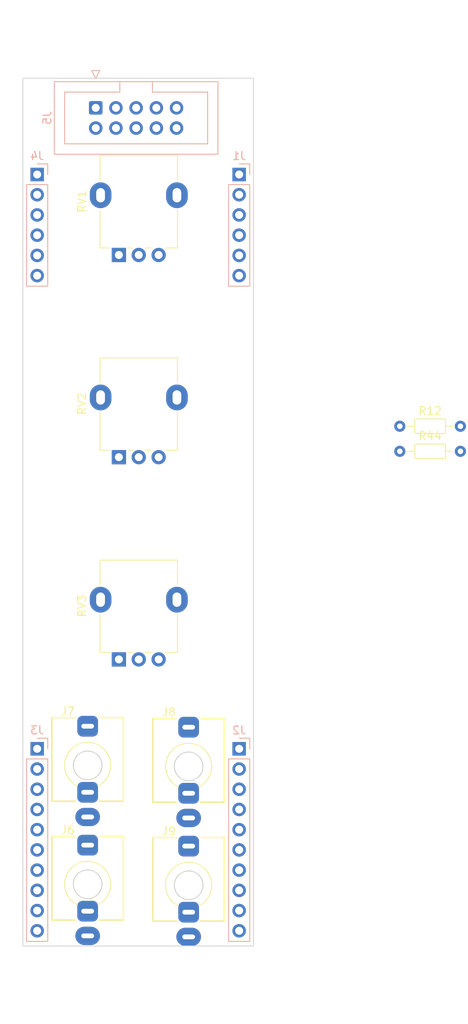
<source format=kicad_pcb>
(kicad_pcb (version 20221018) (generator pcbnew)
  (layers (0 "F.Cu" signal) (31 "B.Cu" signal) (34 "B.Paste" user) (35 "F.Paste" user) (36 "B.SilkS" user "B.Silkscreen") (37 "F.SilkS" user "F.Silkscreen") (38 "B.Mask" user) (39 "F.Mask" user) (44 "Edge.Cuts" user))
  (net 0 "")
  (net 48 "GND")
  (net 49 "Net-(J7-PadT)")
  (net 50 "Net-(J8-PadT)")
  (net 53 "Net-(R12-Pad1)")
  (net 55 "Net-(R44-Pad1)")
  (footprint "Resistor_THT:R_Axial_DIN0204_L3.6mm_D1.6mm_P7.62mm_Horizontal" (layer "F.Cu") (at 32.904 53.464)
    (fp_text reference "R12" (at 3.81 -1.92) (layer "F.SilkS"))
    (fp_text value "270k")
    (fp_line (start 0.94 0) (end 1.89 0) (stroke (width 0.12)) (layer "F.SilkS"))
    (fp_line (start 1.89 -0.92) (end 1.89 0.92) (stroke (width 0.12)) (layer "F.SilkS"))
    (fp_line (start 1.89 0.92) (end 5.73 0.92) (stroke (width 0.12)) (layer "F.SilkS"))
    (fp_line (start 5.73 -0.92) (end 1.89 -0.92) (stroke (width 0.12)) (layer "F.SilkS"))
    (fp_line (start 5.73 0.92) (end 5.73 -0.92) (stroke (width 0.12)) (layer "F.SilkS"))
    (fp_line (start 6.68 0) (end 5.73 0) (stroke (width 0.12)) (layer "F.SilkS"))
    (pad "1" thru_hole circle (at 0 0) (size 1.4 1.4) (drill 0.7) (layers "*.Cu" "*.Mask") (net 53 "Net-(R12-Pad1)"))
    (pad "2" thru_hole oval (at 7.62 0) (size 1.4 1.4) (drill 0.7) (layers "*.Cu" "*.Mask"))
  )
  (footprint "1_Eurorack:Potentiometer_Alpha_RD901F-40-00D_Single_Vertical" (layer "F.Cu") (at 0 50.08)
    (fp_text reference "RV2" (at -7.064 0.56 -90) (layer "F.SilkS"))
    (fp_text value "R_Potentiometer")
    (fp_line (start -4.804 6.39) (end -4.804 1.67) (stroke (width 0.12)) (layer "F.SilkS"))
    (fp_line (start -4.794 -2.14) (end -4.794 -5.2) (stroke (width 0.12)) (layer "F.SilkS"))
    (fp_line (start -3.614 6.39) (end -4.794 6.39) (stroke (width 0.12)) (layer "F.SilkS"))
    (fp_line (start -0.714 6.39) (end -1.244 6.39) (stroke (width 0.12)) (layer "F.SilkS"))
    (fp_line (start 1.736 6.39) (end 0.906 6.39) (stroke (width 0.12)) (layer "F.SilkS"))
    (fp_line (start 4.946 -5.2) (end -4.794 -5.2) (stroke (width 0.12)) (layer "F.SilkS"))
    (fp_line (start 4.946 -2.14) (end 4.946 -5.2) (stroke (width 0.12)) (layer "F.SilkS"))
    (fp_line (start 4.946 6.39) (end 3.456 6.39) (stroke (width 0.12)) (layer "F.SilkS"))
    (fp_line (start 4.946 6.39) (end 4.946 1.67) (stroke (width 0.12)) (layer "F.SilkS"))
    (pad "" thru_hole oval (at -4.724 -0.23 180) (size 2.72 3.24) (drill oval 1.1 1.8) (layers "*.Cu" "*.Mask"))
    (pad "" thru_hole oval (at 4.876 -0.23 180) (size 2.72 3.24) (drill oval 1.1 1.8) (layers "*.Cu" "*.Mask"))
    (pad "1" thru_hole rect (at -2.424 7.27 180) (size 1.8 1.8) (drill 1) (layers "*.Cu" "*.Mask") (net 49 "Net-(J7-PadT)"))
    (pad "2" thru_hole circle (at 0.076 7.27 180) (size 1.8 1.8) (drill 1) (layers "*.Cu" "*.Mask") (net 55 "Net-(R44-Pad1)"))
    (pad "3" thru_hole circle (at 2.576 7.27 180) (size 1.8 1.8) (drill 1) (layers "*.Cu" "*.Mask") (net 48 "GND"))
  )
  (footprint "1_Jacks:Jack_3.5mm_QingPu_WQP-PJ398SM_Vertical" (layer "F.Cu") (at 6.35 96.188)
    (fp_text reference "J8" (at -2.5 -6.8) (layer "F.SilkS"))
    (fp_text value "CV2")
    (fp_line (start -4.5 -6) (end -1.6 -6) (stroke (width 0.2)) (layer "F.SilkS"))
    (fp_line (start -4.5 4.5) (end -4.5 -6) (stroke (width 0.2)) (layer "F.SilkS"))
    (fp_line (start -4.5 4.5) (end -1.5 4.5) (stroke (width 0.2)) (layer "F.SilkS"))
    (fp_line (start 1.5 4.5) (end 4.5 4.5) (stroke (width 0.2)) (layer "F.SilkS"))
    (fp_line (start 1.6 -6) (end 4.5 -6) (stroke (width 0.2)) (layer "F.SilkS"))
    (fp_line (start 4.5 4.5) (end 4.5 -6) (stroke (width 0.2)) (layer "F.SilkS"))
    (fp_arc (start -1.296263 2.588577) (mid -2.817353 -0.665994) (end 0 -2.895) (stroke (width 0.12)) (layer "F.SilkS"))
    (fp_arc (start 0 -2.895) (mid 2.817353 -0.665994) (end 1.296263 2.588577) (stroke (width 0.12)) (layer "F.SilkS"))
    (fp_circle (center 0 0) (end 1.8 0) (stroke (width 0.12)) (fill none) (layer "Edge.Cuts"))
    (pad "S" thru_hole oval (at 0 6.48) (size 3.1 2.3) (drill oval 1.6 0.6) (layers "*.Cu" "*.Mask") (net 48 "GND"))
    (pad "T" thru_hole roundrect (at 0 -4.92) (size 2.6 2.6) (drill oval 1.6 0.6) (layers "*.Cu" "*.Mask") (net 50 "Net-(J8-PadT)"))
    (pad "TN" thru_hole roundrect (at 0 3.38) (size 2.6 2.6) (drill oval 1.6 0.6) (layers "*.Cu" "*.Mask"))
  )
  (footprint "Resistor_THT:R_Axial_DIN0204_L3.6mm_D1.6mm_P7.62mm_Horizontal" (layer "F.Cu") (at 32.904 56.614)
    (fp_text reference "R44" (at 3.81 -1.92) (layer "F.SilkS"))
    (fp_text value "270k")
    (fp_line (start 0.94 0) (end 1.89 0) (stroke (width 0.12)) (layer "F.SilkS"))
    (fp_line (start 1.89 -0.92) (end 1.89 0.92) (stroke (width 0.12)) (layer "F.SilkS"))
    (fp_line (start 1.89 0.92) (end 5.73 0.92) (stroke (width 0.12)) (layer "F.SilkS"))
    (fp_line (start 5.73 -0.92) (end 1.89 -0.92) (stroke (width 0.12)) (layer "F.SilkS"))
    (fp_line (start 5.73 0.92) (end 5.73 -0.92) (stroke (width 0.12)) (layer "F.SilkS"))
    (fp_line (start 6.68 0) (end 5.73 0) (stroke (width 0.12)) (layer "F.SilkS"))
    (pad "1" thru_hole circle (at 0 0) (size 1.4 1.4) (drill 0.7) (layers "*.Cu" "*.Mask") (net 55 "Net-(R44-Pad1)"))
    (pad "2" thru_hole oval (at 7.62 0) (size 1.4 1.4) (drill 0.7) (layers "*.Cu" "*.Mask"))
  )
  (footprint "1_Jacks:Jack_3.5mm_QingPu_WQP-PJ398SM_Vertical" (layer "F.Cu") (at 6.35 111.122)
    (fp_text reference "J9" (at -2.5 -6.8) (layer "F.SilkS"))
    (fp_text value "OUT")
    (fp_line (start -4.5 -6) (end -1.6 -6) (stroke (width 0.2)) (layer "F.SilkS"))
    (fp_line (start -4.5 4.5) (end -4.5 -6) (stroke (width 0.2)) (layer "F.SilkS"))
    (fp_line (start -4.5 4.5) (end -1.5 4.5) (stroke (width 0.2)) (layer "F.SilkS"))
    (fp_line (start 1.5 4.5) (end 4.5 4.5) (stroke (width 0.2)) (layer "F.SilkS"))
    (fp_line (start 1.6 -6) (end 4.5 -6) (stroke (width 0.2)) (layer "F.SilkS"))
    (fp_line (start 4.5 4.5) (end 4.5 -6) (stroke (width 0.2)) (layer "F.SilkS"))
    (fp_arc (start -1.296263 2.588577) (mid -2.817353 -0.665994) (end 0 -2.895) (stroke (width 0.12)) (layer "F.SilkS"))
    (fp_arc (start 0 -2.895) (mid 2.817353 -0.665994) (end 1.296263 2.588577) (stroke (width 0.12)) (layer "F.SilkS"))
    (fp_circle (center 0 0) (end 1.8 0) (stroke (width 0.12)) (fill none) (layer "Edge.Cuts"))
    (pad "S" thru_hole oval (at 0 6.48) (size 3.1 2.3) (drill oval 1.6 0.6) (layers "*.Cu" "*.Mask"))
    (pad "T" thru_hole roundrect (at 0 -4.92) (size 2.6 2.6) (drill oval 1.6 0.6) (layers "*.Cu" "*.Mask"))
    (pad "TN" thru_hole roundrect (at 0 3.38) (size 2.6 2.6) (drill oval 1.6 0.6) (layers "*.Cu" "*.Mask"))
  )
  (footprint "1_Jacks:Jack_3.5mm_QingPu_WQP-PJ398SM_Vertical" (layer "F.Cu") (at -6.35 96.064)
    (fp_text reference "J7" (at -2.5 -6.8) (layer "F.SilkS"))
    (fp_text value "CV1")
    (fp_line (start -4.5 -6) (end -1.6 -6) (stroke (width 0.2)) (layer "F.SilkS"))
    (fp_line (start -4.5 4.5) (end -4.5 -6) (stroke (width 0.2)) (layer "F.SilkS"))
    (fp_line (start -4.5 4.5) (end -1.5 4.5) (stroke (width 0.2)) (layer "F.SilkS"))
    (fp_line (start 1.5 4.5) (end 4.5 4.5) (stroke (width 0.2)) (layer "F.SilkS"))
    (fp_line (start 1.6 -6) (end 4.5 -6) (stroke (width 0.2)) (layer "F.SilkS"))
    (fp_line (start 4.5 4.5) (end 4.5 -6) (stroke (width 0.2)) (layer "F.SilkS"))
    (fp_arc (start -1.296263 2.588577) (mid -2.817353 -0.665994) (end 0 -2.895) (stroke (width 0.12)) (layer "F.SilkS"))
    (fp_arc (start 0 -2.895) (mid 2.817353 -0.665994) (end 1.296263 2.588577) (stroke (width 0.12)) (layer "F.SilkS"))
    (fp_circle (center 0 0) (end 1.8 0) (stroke (width 0.12)) (fill none) (layer "Edge.Cuts"))
    (pad "S" thru_hole oval (at 0 6.48) (size 3.1 2.3) (drill oval 1.6 0.6) (layers "*.Cu" "*.Mask") (net 48 "GND"))
    (pad "T" thru_hole roundrect (at 0 -4.92) (size 2.6 2.6) (drill oval 1.6 0.6) (layers "*.Cu" "*.Mask") (net 49 "Net-(J7-PadT)"))
    (pad "TN" thru_hole roundrect (at 0 3.38) (size 2.6 2.6) (drill oval 1.6 0.6) (layers "*.Cu" "*.Mask"))
  )
  (footprint "1_Jacks:Jack_3.5mm_QingPu_WQP-PJ398SM_Vertical" (layer "F.Cu") (at -6.35 110.998)
    (fp_text reference "J6" (at -2.5 -6.8) (layer "F.SilkS"))
    (fp_text value "IN")
    (fp_line (start -4.5 -6) (end -1.6 -6) (stroke (width 0.2)) (layer "F.SilkS"))
    (fp_line (start -4.5 4.5) (end -4.5 -6) (stroke (width 0.2)) (layer "F.SilkS"))
    (fp_line (start -4.5 4.5) (end -1.5 4.5) (stroke (width 0.2)) (layer "F.SilkS"))
    (fp_line (start 1.5 4.5) (end 4.5 4.5) (stroke (width 0.2)) (layer "F.SilkS"))
    (fp_line (start 1.6 -6) (end 4.5 -6) (stroke (width 0.2)) (layer "F.SilkS"))
    (fp_line (start 4.5 4.5) (end 4.5 -6) (stroke (width 0.2)) (layer "F.SilkS"))
    (fp_arc (start -1.296263 2.588577) (mid -2.817353 -0.665994) (end 0 -2.895) (stroke (width 0.12)) (layer "F.SilkS"))
    (fp_arc (start 0 -2.895) (mid 2.817353 -0.665994) (end 1.296263 2.588577) (stroke (width 0.12)) (layer "F.SilkS"))
    (fp_circle (center 0 0) (end 1.8 0) (stroke (width 0.12)) (fill none) (layer "Edge.Cuts"))
    (pad "S" thru_hole oval (at 0 6.48) (size 3.1 2.3) (drill oval 1.6 0.6) (layers "*.Cu" "*.Mask"))
    (pad "T" thru_hole roundrect (at 0 -4.92) (size 2.6 2.6) (drill oval 1.6 0.6) (layers "*.Cu" "*.Mask"))
    (pad "TN" thru_hole roundrect (at 0 3.38) (size 2.6 2.6) (drill oval 1.6 0.6) (layers "*.Cu" "*.Mask"))
  )
  (footprint "1_Eurorack:Potentiometer_Alpha_RD901F-40-00D_Single_Vertical" (layer "F.Cu") (at 0 24.68)
    (fp_text reference "RV1" (at -7.064 0.56 90) (layer "F.SilkS"))
    (fp_text value "R_Potentiometer")
    (fp_line (start -4.804 6.39) (end -4.804 1.67) (stroke (width 0.12)) (layer "F.SilkS"))
    (fp_line (start -4.794 -2.14) (end -4.794 -5.2) (stroke (width 0.12)) (layer "F.SilkS"))
    (fp_line (start -3.614 6.39) (end -4.794 6.39) (stroke (width 0.12)) (layer "F.SilkS"))
    (fp_line (start -0.714 6.39) (end -1.244 6.39) (stroke (width 0.12)) (layer "F.SilkS"))
    (fp_line (start 1.736 6.39) (end 0.906 6.39) (stroke (width 0.12)) (layer "F.SilkS"))
    (fp_line (start 4.946 -5.2) (end -4.794 -5.2) (stroke (width 0.12)) (layer "F.SilkS"))
    (fp_line (start 4.946 -2.14) (end 4.946 -5.2) (stroke (width 0.12)) (layer "F.SilkS"))
    (fp_line (start 4.946 6.39) (end 3.456 6.39) (stroke (width 0.12)) (layer "F.SilkS"))
    (fp_line (start 4.946 6.39) (end 4.946 1.67) (stroke (width 0.12)) (layer "F.SilkS"))
    (pad "" thru_hole oval (at -4.724 -0.23 180) (size 2.72 3.24) (drill oval 1.1 1.8) (layers "*.Cu" "*.Mask"))
    (pad "" thru_hole oval (at 4.876 -0.23 180) (size 2.72 3.24) (drill oval 1.1 1.8) (layers "*.Cu" "*.Mask"))
    (pad "1" thru_hole rect (at -2.424 7.27 180) (size 1.8 1.8) (drill 1) (layers "*.Cu" "*.Mask"))
    (pad "2" thru_hole circle (at 0.076 7.27 180) (size 1.8 1.8) (drill 1) (layers "*.Cu" "*.Mask"))
    (pad "3" thru_hole circle (at 2.576 7.27 180) (size 1.8 1.8) (drill 1) (layers "*.Cu" "*.Mask"))
  )
  (footprint "1_Eurorack:Potentiometer_Alpha_RD901F-40-00D_Single_Vertical" (layer "F.Cu") (at 0 75.48)
    (fp_text reference "RV3" (at -7.064 0.56 -90) (layer "F.SilkS"))
    (fp_text value "R_Potentiometer")
    (fp_line (start -4.804 6.39) (end -4.804 1.67) (stroke (width 0.12)) (layer "F.SilkS"))
    (fp_line (start -4.794 -2.14) (end -4.794 -5.2) (stroke (width 0.12)) (layer "F.SilkS"))
    (fp_line (start -3.614 6.39) (end -4.794 6.39) (stroke (width 0.12)) (layer "F.SilkS"))
    (fp_line (start -0.714 6.39) (end -1.244 6.39) (stroke (width 0.12)) (layer "F.SilkS"))
    (fp_line (start 1.736 6.39) (end 0.906 6.39) (stroke (width 0.12)) (layer "F.SilkS"))
    (fp_line (start 4.946 -5.2) (end -4.794 -5.2) (stroke (width 0.12)) (layer "F.SilkS"))
    (fp_line (start 4.946 -2.14) (end 4.946 -5.2) (stroke (width 0.12)) (layer "F.SilkS"))
    (fp_line (start 4.946 6.39) (end 3.456 6.39) (stroke (width 0.12)) (layer "F.SilkS"))
    (fp_line (start 4.946 6.39) (end 4.946 1.67) (stroke (width 0.12)) (layer "F.SilkS"))
    (pad "" thru_hole oval (at -4.724 -0.23 180) (size 2.72 3.24) (drill oval 1.1 1.8) (layers "*.Cu" "*.Mask"))
    (pad "" thru_hole oval (at 4.876 -0.23 180) (size 2.72 3.24) (drill oval 1.1 1.8) (layers "*.Cu" "*.Mask"))
    (pad "1" thru_hole rect (at -2.424 7.27 180) (size 1.8 1.8) (drill 1) (layers "*.Cu" "*.Mask") (net 50 "Net-(J8-PadT)"))
    (pad "2" thru_hole circle (at 0.076 7.27 180) (size 1.8 1.8) (drill 1) (layers "*.Cu" "*.Mask") (net 53 "Net-(R12-Pad1)"))
    (pad "3" thru_hole circle (at 2.576 7.27 180) (size 1.8 1.8) (drill 1) (layers "*.Cu" "*.Mask") (net 48 "GND"))
  )
  (footprint "Connector_PinHeader_2.54mm:PinHeader_1x06_P2.54mm_Vertical" (layer "B.Cu") (at 12.7 21.844 180)
    (fp_text reference "J1" (at 0 2.33) (layer "B.SilkS") (effects (justify mirror)))
    (fp_text value "Conn_01x06")
    (fp_line (start -1.33 -14.03) (end 1.33 -14.03) (stroke (width 0.12)) (layer "B.SilkS"))
    (fp_line (start -1.33 -1.27) (end -1.33 -14.03) (stroke (width 0.12)) (layer "B.SilkS"))
    (fp_line (start -1.33 -1.27) (end 1.33 -1.27) (stroke (width 0.12)) (layer "B.SilkS"))
    (fp_line (start -1.33 0) (end -1.33 1.33) (stroke (width 0.12)) (layer "B.SilkS"))
    (fp_line (start -1.33 1.33) (end 0 1.33) (stroke (width 0.12)) (layer "B.SilkS"))
    (fp_line (start 1.33 -1.27) (end 1.33 -14.03) (stroke (width 0.12)) (layer "B.SilkS"))
    (pad "1" thru_hole rect (at 0 0 180) (size 1.7 1.7) (drill 1) (layers "*.Cu" "*.Mask"))
    (pad "2" thru_hole oval (at 0 -2.54 180) (size 1.7 1.7) (drill 1) (layers "*.Cu" "*.Mask"))
    (pad "3" thru_hole oval (at 0 -5.08 180) (size 1.7 1.7) (drill 1) (layers "*.Cu" "*.Mask"))
    (pad "4" thru_hole oval (at 0 -7.62 180) (size 1.7 1.7) (drill 1) (layers "*.Cu" "*.Mask"))
    (pad "5" thru_hole oval (at 0 -10.16 180) (size 1.7 1.7) (drill 1) (layers "*.Cu" "*.Mask"))
    (pad "6" thru_hole oval (at 0 -12.7 180) (size 1.7 1.7) (drill 1) (layers "*.Cu" "*.Mask"))
  )
  (footprint "Connector_IDC:IDC-Header_2x05_P2.54mm_Vertical" (layer "B.Cu") (at -5.334 13.4715 -90)
    (fp_text reference "J5" (at 1.27 6.1 90) (layer "B.SilkS") (effects (justify mirror)))
    (fp_text value "Conn_02x05_Odd_Even")
    (fp_line (start -4.68 -0.5) (end -3.68 0) (stroke (width 0.12)) (layer "B.SilkS"))
    (fp_line (start -4.68 0.5) (end -4.68 -0.5) (stroke (width 0.12)) (layer "B.SilkS"))
    (fp_line (start -3.68 0) (end -4.68 0.5) (stroke (width 0.12)) (layer "B.SilkS"))
    (fp_line (start -3.29 -15.37) (end -3.29 5.21) (stroke (width 0.12)) (layer "B.SilkS"))
    (fp_line (start -3.29 -3.03) (end -1.98 -3.03) (stroke (width 0.12)) (layer "B.SilkS"))
    (fp_line (start -3.29 5.21) (end 5.83 5.21) (stroke (width 0.12)) (layer "B.SilkS"))
    (fp_line (start -1.98 -14.07) (end -1.98 -7.13) (stroke (width 0.12)) (layer "B.SilkS"))
    (fp_line (start -1.98 -7.13) (end -3.29 -7.13) (stroke (width 0.12)) (layer "B.SilkS"))
    (fp_line (start -1.98 -7.13) (end -1.98 -7.13) (stroke (width 0.12)) (layer "B.SilkS"))
    (fp_line (start -1.98 -3.03) (end -1.98 3.91) (stroke (width 0.12)) (layer "B.SilkS"))
    (fp_line (start -1.98 3.91) (end 4.52 3.91) (stroke (width 0.12)) (layer "B.SilkS"))
    (fp_line (start 4.52 -14.07) (end -1.98 -14.07) (stroke (width 0.12)) (layer "B.SilkS"))
    (fp_line (start 4.52 3.91) (end 4.52 -14.07) (stroke (width 0.12)) (layer "B.SilkS"))
    (fp_line (start 5.83 -15.37) (end -3.29 -15.37) (stroke (width 0.12)) (layer "B.SilkS"))
    (fp_line (start 5.83 5.21) (end 5.83 -15.37) (stroke (width 0.12)) (layer "B.SilkS"))
    (pad "1" thru_hole roundrect (at 0 0 270) (size 1.7 1.7) (drill 1) (layers "*.Cu" "*.Mask") (roundrect_rratio 0.147059))
    (pad "2" thru_hole circle (at 2.54 0 270) (size 1.7 1.7) (drill 1) (layers "*.Cu" "*.Mask"))
    (pad "3" thru_hole circle (at 0 -2.54 270) (size 1.7 1.7) (drill 1) (layers "*.Cu" "*.Mask"))
    (pad "4" thru_hole circle (at 2.54 -2.54 270) (size 1.7 1.7) (drill 1) (layers "*.Cu" "*.Mask"))
    (pad "5" thru_hole circle (at 0 -5.08 270) (size 1.7 1.7) (drill 1) (layers "*.Cu" "*.Mask"))
    (pad "6" thru_hole circle (at 2.54 -5.08 270) (size 1.7 1.7) (drill 1) (layers "*.Cu" "*.Mask"))
    (pad "7" thru_hole circle (at 0 -7.62 270) (size 1.7 1.7) (drill 1) (layers "*.Cu" "*.Mask"))
    (pad "8" thru_hole circle (at 2.54 -7.62 270) (size 1.7 1.7) (drill 1) (layers "*.Cu" "*.Mask"))
    (pad "9" thru_hole circle (at 0 -10.16 270) (size 1.7 1.7) (drill 1) (layers "*.Cu" "*.Mask"))
    (pad "10" thru_hole circle (at 2.54 -10.16 270) (size 1.7 1.7) (drill 1) (layers "*.Cu" "*.Mask"))
  )
  (footprint "Connector_PinHeader_2.54mm:PinHeader_1x10_P2.54mm_Vertical" (layer "B.Cu") (at -12.7 93.98 180)
    (fp_text reference "J3" (at 0 2.33) (layer "B.SilkS") (effects (justify mirror)))
    (fp_text value "Conn_01x10")
    (fp_line (start -1.33 -24.19) (end 1.33 -24.19) (stroke (width 0.12)) (layer "B.SilkS"))
    (fp_line (start -1.33 -1.27) (end -1.33 -24.19) (stroke (width 0.12)) (layer "B.SilkS"))
    (fp_line (start -1.33 -1.27) (end 1.33 -1.27) (stroke (width 0.12)) (layer "B.SilkS"))
    (fp_line (start -1.33 0) (end -1.33 1.33) (stroke (width 0.12)) (layer "B.SilkS"))
    (fp_line (start -1.33 1.33) (end 0 1.33) (stroke (width 0.12)) (layer "B.SilkS"))
    (fp_line (start 1.33 -1.27) (end 1.33 -24.19) (stroke (width 0.12)) (layer "B.SilkS"))
    (pad "1" thru_hole rect (at 0 0 180) (size 1.7 1.7) (drill 1) (layers "*.Cu" "*.Mask"))
    (pad "2" thru_hole oval (at 0 -2.54 180) (size 1.7 1.7) (drill 1) (layers "*.Cu" "*.Mask"))
    (pad "3" thru_hole oval (at 0 -5.08 180) (size 1.7 1.7) (drill 1) (layers "*.Cu" "*.Mask"))
    (pad "4" thru_hole oval (at 0 -7.62 180) (size 1.7 1.7) (drill 1) (layers "*.Cu" "*.Mask"))
    (pad "5" thru_hole oval (at 0 -10.16 180) (size 1.7 1.7) (drill 1) (layers "*.Cu" "*.Mask"))
    (pad "6" thru_hole oval (at 0 -12.7 180) (size 1.7 1.7) (drill 1) (layers "*.Cu" "*.Mask"))
    (pad "7" thru_hole oval (at 0 -15.24 180) (size 1.7 1.7) (drill 1) (layers "*.Cu" "*.Mask"))
    (pad "8" thru_hole oval (at 0 -17.78 180) (size 1.7 1.7) (drill 1) (layers "*.Cu" "*.Mask"))
    (pad "9" thru_hole oval (at 0 -20.32 180) (size 1.7 1.7) (drill 1) (layers "*.Cu" "*.Mask"))
    (pad "10" thru_hole oval (at 0 -22.86 180) (size 1.7 1.7) (drill 1) (layers "*.Cu" "*.Mask"))
  )
  (footprint "Connector_PinHeader_2.54mm:PinHeader_1x06_P2.54mm_Vertical" (layer "B.Cu") (at -12.7 21.844 180)
    (fp_text reference "J4" (at 0 2.33) (layer "B.SilkS") (effects (justify mirror)))
    (fp_text value "Conn_01x06")
    (fp_line (start -1.33 -14.03) (end 1.33 -14.03) (stroke (width 0.12)) (layer "B.SilkS"))
    (fp_line (start -1.33 -1.27) (end -1.33 -14.03) (stroke (width 0.12)) (layer "B.SilkS"))
    (fp_line (start -1.33 -1.27) (end 1.33 -1.27) (stroke (width 0.12)) (layer "B.SilkS"))
    (fp_line (start -1.33 0) (end -1.33 1.33) (stroke (width 0.12)) (layer "B.SilkS"))
    (fp_line (start -1.33 1.33) (end 0 1.33) (stroke (width 0.12)) (layer "B.SilkS"))
    (fp_line (start 1.33 -1.27) (end 1.33 -14.03) (stroke (width 0.12)) (layer "B.SilkS"))
    (pad "1" thru_hole rect (at 0 0 180) (size 1.7 1.7) (drill 1) (layers "*.Cu" "*.Mask"))
    (pad "2" thru_hole oval (at 0 -2.54 180) (size 1.7 1.7) (drill 1) (layers "*.Cu" "*.Mask"))
    (pad "3" thru_hole oval (at 0 -5.08 180) (size 1.7 1.7) (drill 1) (layers "*.Cu" "*.Mask"))
    (pad "4" thru_hole oval (at 0 -7.62 180) (size 1.7 1.7) (drill 1) (layers "*.Cu" "*.Mask"))
    (pad "5" thru_hole oval (at 0 -10.16 180) (size 1.7 1.7) (drill 1) (layers "*.Cu" "*.Mask"))
    (pad "6" thru_hole oval (at 0 -12.7 180) (size 1.7 1.7) (drill 1) (layers "*.Cu" "*.Mask"))
  )
  (footprint "Connector_PinHeader_2.54mm:PinHeader_1x10_P2.54mm_Vertical" (layer "B.Cu") (at 12.7 93.98 180)
    (fp_text reference "J2" (at 0 2.33) (layer "B.SilkS") (effects (justify mirror)))
    (fp_text value "Conn_01x10")
    (fp_line (start -1.33 -24.19) (end 1.33 -24.19) (stroke (width 0.12)) (layer "B.SilkS"))
    (fp_line (start -1.33 -1.27) (end -1.33 -24.19) (stroke (width 0.12)) (layer "B.SilkS"))
    (fp_line (start -1.33 -1.27) (end 1.33 -1.27) (stroke (width 0.12)) (layer "B.SilkS"))
    (fp_line (start -1.33 0) (end -1.33 1.33) (stroke (width 0.12)) (layer "B.SilkS"))
    (fp_line (start -1.33 1.33) (end 0 1.33) (stroke (width 0.12)) (layer "B.SilkS"))
    (fp_line (start 1.33 -1.27) (end 1.33 -24.19) (stroke (width 0.12)) (layer "B.SilkS"))
    (pad "1" thru_hole rect (at 0 0 180) (size 1.7 1.7) (drill 1) (layers "*.Cu" "*.Mask"))
    (pad "2" thru_hole oval (at 0 -2.54 180) (size 1.7 1.7) (drill 1) (layers "*.Cu" "*.Mask"))
    (pad "3" thru_hole oval (at 0 -5.08 180) (size 1.7 1.7) (drill 1) (layers "*.Cu" "*.Mask"))
    (pad "4" thru_hole oval (at 0 -7.62 180) (size 1.7 1.7) (drill 1) (layers "*.Cu" "*.Mask"))
    (pad "5" thru_hole oval (at 0 -10.16 180) (size 1.7 1.7) (drill 1) (layers "*.Cu" "*.Mask"))
    (pad "6" thru_hole oval (at 0 -12.7 180) (size 1.7 1.7) (drill 1) (layers "*.Cu" "*.Mask"))
    (pad "7" thru_hole oval (at 0 -15.24 180) (size 1.7 1.7) (drill 1) (layers "*.Cu" "*.Mask"))
    (pad "8" thru_hole oval (at 0 -17.78 180) (size 1.7 1.7) (drill 1) (layers "*.Cu" "*.Mask"))
    (pad "9" thru_hole oval (at 0 -20.32 180) (size 1.7 1.7) (drill 1) (layers "*.Cu" "*.Mask"))
    (pad "10" thru_hole oval (at 0 -22.86 180) (size 1.7 1.7) (drill 1) (layers "*.Cu" "*.Mask"))
  )
  (gr_rect (start -14.5 9.75) (end 14.5 118.75) (stroke (width 0.1)) (fill none) (layer "Edge.Cuts"))
)
</source>
